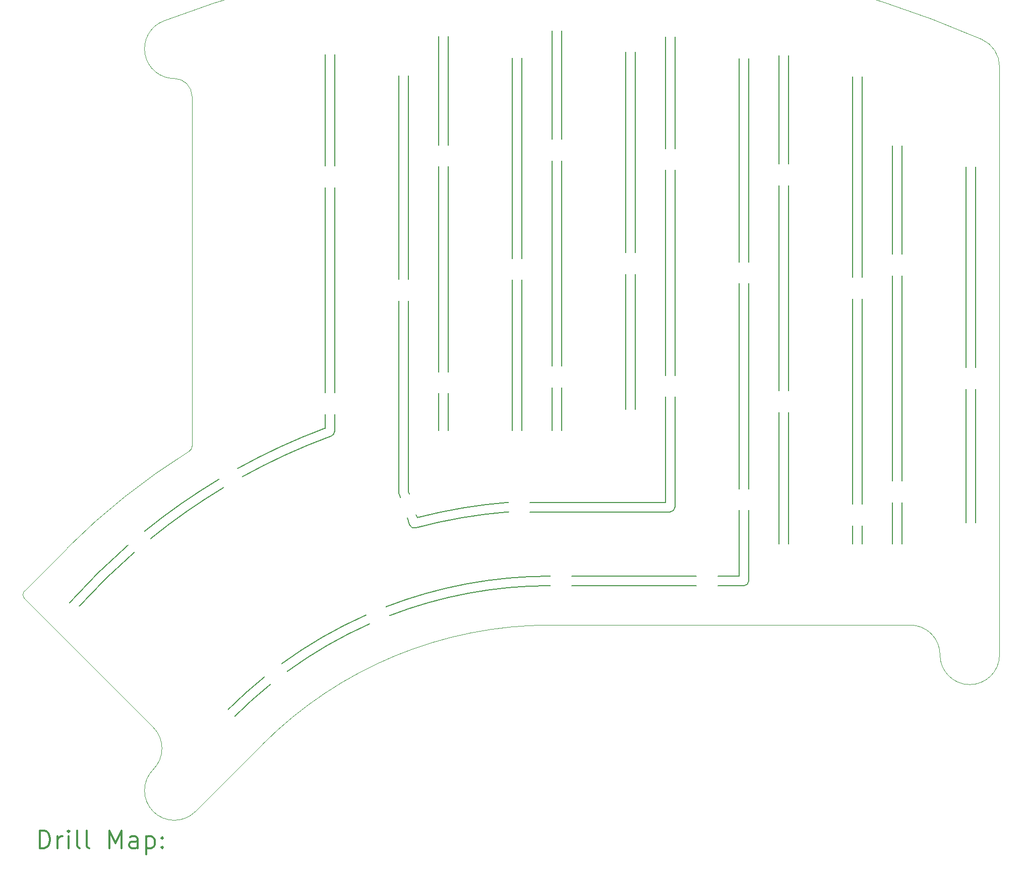
<source format=gbr>
%FSLAX45Y45*%
G04 Gerber Fmt 4.5, Leading zero omitted, Abs format (unit mm)*
G04 Created by KiCad (PCBNEW 5.1.12-84ad8e8a86~92~ubuntu20.04.1) date 2021-11-16 23:21:28*
%MOMM*%
%LPD*%
G01*
G04 APERTURE LIST*
%TA.AperFunction,Profile*%
%ADD10C,0.150000*%
%TD*%
%TA.AperFunction,Profile*%
%ADD11C,0.120000*%
%TD*%
%TA.AperFunction,Profile*%
%ADD12C,0.100000*%
%TD*%
%ADD13C,0.200000*%
%ADD14C,0.300000*%
G04 APERTURE END LIST*
D10*
X13639354Y-10973740D02*
G75*
G02*
X13635000Y-10947438I77263J26302D01*
G01*
X12555000Y-9922015D02*
G75*
G02*
X12502581Y-9997064I-80000J46D01*
G01*
X13916617Y-11540525D02*
G75*
G02*
X13814930Y-11490929I-26046J75642D01*
G01*
X18270000Y-11192000D02*
G75*
G02*
X18190000Y-11272000I-80000J0D01*
G01*
X13639354Y-10973740D02*
X13657391Y-11026619D01*
X11004920Y-10682721D02*
G75*
G02*
X12502581Y-9997064I5171118J-9316639D01*
G01*
X12555000Y-9631000D02*
X12555000Y-9922015D01*
X9465667Y-11722221D02*
G75*
G02*
X10693154Y-10862725I6710371J-8277139D01*
G01*
X8269480Y-12856080D02*
G75*
G02*
X9189891Y-11953624I7906558J-7143280D01*
G01*
X8102684Y-12802420D02*
G75*
G02*
X9087045Y-11831057I8073354J-7196940D01*
G01*
X9362821Y-11599654D02*
G75*
G02*
X10613154Y-10724161I6813217J-8399706D01*
G01*
X13774595Y-11367006D02*
X13814930Y-11490929D01*
X13916617Y-11540525D02*
G75*
G02*
X15476000Y-11272000I2259421J-8458835D01*
G01*
X13416630Y-12867195D02*
G75*
G02*
X16176000Y-12352000I2759408J-7132165D01*
G01*
X10768769Y-14591692D02*
G75*
G02*
X11379134Y-14043595I5407269J-5407668D01*
G01*
X11664741Y-13824441D02*
G75*
G02*
X13084050Y-13005002I4511297J-6174919D01*
G01*
X11762143Y-13951377D02*
G75*
G02*
X13145279Y-13152823I4413895J-6047983D01*
G01*
X16536000Y-12352000D02*
X18630000Y-12352000D01*
X10881874Y-14704797D02*
G75*
G02*
X11476535Y-14170531I5294164J-5294563D01*
G01*
X13635000Y-7726000D02*
X13635000Y-10947438D01*
X13925878Y-11314915D02*
X13944459Y-11368296D01*
X13795000Y-7726000D02*
X13795000Y-10934236D01*
X13635000Y-7366000D02*
X13635000Y-3946000D01*
X13795000Y-3946000D02*
X13795000Y-7366000D01*
X12555000Y-5461000D02*
X12555000Y-3586000D01*
X12555000Y-9271000D02*
X12555000Y-5821000D01*
X12395000Y-9631000D02*
X12395000Y-9866650D01*
X12395000Y-5821000D02*
X12395000Y-9271000D01*
X12395000Y-3586000D02*
X12395000Y-5461000D01*
X18270000Y-9339000D02*
X18270000Y-11192000D01*
X15836000Y-11272000D02*
X18190000Y-11272000D01*
X19350000Y-11244000D02*
X19350000Y-12352000D01*
X18990000Y-12352000D02*
X19350000Y-12352000D01*
X18990000Y-12512000D02*
X19430000Y-12512000D01*
X18270000Y-5169000D02*
X18270000Y-3294000D01*
X18270000Y-8979000D02*
X18270000Y-5529000D01*
X18110000Y-9339000D02*
X18110000Y-11112000D01*
X18110000Y-5529000D02*
X18110000Y-8979000D01*
X18110000Y-3294000D02*
X18110000Y-5169000D01*
X19350000Y-7074000D02*
X19350000Y-3654000D01*
X19350000Y-10884000D02*
X19350000Y-7434000D01*
X19510000Y-11244000D02*
X19510000Y-12432000D01*
X19510000Y-7434000D02*
X19510000Y-10884000D01*
X19510000Y-3654000D02*
X19510000Y-7074000D01*
X15700000Y-7376000D02*
X15700000Y-9905000D01*
X15700000Y-3646000D02*
X15700000Y-7016000D01*
X15540000Y-7016000D02*
X15540000Y-3646000D01*
X15540000Y-9905000D02*
X15540000Y-7376000D01*
X14460000Y-9281000D02*
X14460000Y-9905000D01*
X14460000Y-5471000D02*
X14460000Y-8921000D01*
X14460000Y-3286000D02*
X14460000Y-5111000D01*
X14300000Y-5111000D02*
X14300000Y-3286000D01*
X14300000Y-8921000D02*
X14300000Y-5471000D01*
X14300000Y-9905000D02*
X14300000Y-9281000D01*
X17445000Y-6920000D02*
X17445000Y-3550000D01*
X17445000Y-9547000D02*
X17445000Y-7280000D01*
X17605000Y-7280000D02*
X17605000Y-9547000D01*
X17605000Y-3550000D02*
X17605000Y-6920000D01*
X16365000Y-3190000D02*
X16365000Y-5015000D01*
X16205000Y-5015000D02*
X16205000Y-3190000D01*
X16365000Y-5375000D02*
X16365000Y-8825000D01*
X16205000Y-8825000D02*
X16205000Y-5375000D01*
X16365000Y-9185000D02*
X16365000Y-9907000D01*
X16205000Y-9907000D02*
X16205000Y-9185000D01*
X21255000Y-7692000D02*
X21255000Y-11142000D01*
X21255000Y-3962000D02*
X21255000Y-7332000D01*
X21415000Y-7332000D02*
X21415000Y-3962000D01*
X21415000Y-11142000D02*
X21415000Y-7692000D01*
X21415000Y-11812000D02*
X21415000Y-11502000D01*
X21255000Y-11812000D02*
X21255000Y-11502000D01*
X20175000Y-9597000D02*
X20175000Y-11812000D01*
X20175000Y-5787000D02*
X20175000Y-9237000D01*
X20175000Y-3602000D02*
X20175000Y-5427000D01*
X20015000Y-5427000D02*
X20015000Y-3602000D01*
X20015000Y-9237000D02*
X20015000Y-5787000D01*
X20015000Y-11812000D02*
X20015000Y-9597000D01*
X23160000Y-11452000D02*
X23160000Y-9210000D01*
X23320000Y-8850000D02*
X23320000Y-5480000D01*
X23320000Y-11452000D02*
X23320000Y-9210000D01*
X21920000Y-11115000D02*
X21920000Y-11812000D01*
X21920000Y-7305000D02*
X21920000Y-10755000D01*
X21920000Y-5120000D02*
X21920000Y-6945000D01*
X22080000Y-6945000D02*
X22080000Y-5120000D01*
X22080000Y-10755000D02*
X22080000Y-7305000D01*
X22080000Y-11812000D02*
X22080000Y-11115000D01*
X23160000Y-5480000D02*
X23160000Y-8850000D01*
X13795000Y-10934236D02*
X13808674Y-10974528D01*
X10925079Y-10544442D02*
G75*
G02*
X12395000Y-9866650I5250959J-9454918D01*
G01*
X15836000Y-11112000D02*
X18110000Y-11112000D01*
X19510000Y-12432000D02*
G75*
G02*
X19430000Y-12512000I-80000J0D01*
G01*
X13944459Y-11368296D02*
G75*
G02*
X15476000Y-11112000I2231579J-8631064D01*
G01*
X16536000Y-12512000D02*
X18630000Y-12512000D01*
X13477876Y-13015058D02*
G75*
G02*
X16176000Y-12512000I2698162J-6984302D01*
G01*
D11*
X7352485Y-12734402D02*
G75*
G02*
X7352485Y-12592980I70711J70711D01*
G01*
D12*
X9510337Y-14892253D02*
G75*
G02*
X9510337Y-15599360I-353553J-353553D01*
G01*
X10217443Y-16306467D02*
G75*
G02*
X9510337Y-15599360I-353553J353553D01*
G01*
X9864130Y-3993217D02*
G75*
G02*
X10161490Y-4290577I0J-297360D01*
G01*
X9864130Y-3993217D02*
G75*
G02*
X9685297Y-3026200I-240J500000D01*
G01*
X22222038Y-13174000D02*
G75*
G02*
X22722038Y-13674000I0J-500000D01*
G01*
X23722038Y-13674000D02*
G75*
G02*
X22722038Y-13674000I-500000J0D01*
G01*
X10161490Y-10169693D02*
G75*
G02*
X10114309Y-10254577I-100000J29D01*
G01*
X10161490Y-4290577D02*
X10161490Y-10169693D01*
X23421413Y-3334354D02*
G75*
G02*
X23722038Y-3792884I-199375J-458530D01*
G01*
X9685297Y-3026200D02*
G75*
G02*
X23421413Y-3334354I6490741J-16973160D01*
G01*
X8061271Y-11884194D02*
G75*
G02*
X10114309Y-10254577I8114767J-8115166D01*
G01*
X7352485Y-12592980D02*
X8061271Y-11884194D01*
X9510337Y-14892253D02*
X7352485Y-12734402D01*
X11350034Y-15173356D02*
X10217443Y-16306467D01*
X11350034Y-15173356D02*
G75*
G02*
X16176038Y-13174360I4826004J-4826004D01*
G01*
X16176038Y-13174360D02*
X22222038Y-13174000D01*
X23722038Y-3792884D02*
X23722038Y-13674000D01*
D13*
D14*
X7603624Y-16923628D02*
X7603624Y-16623628D01*
X7675052Y-16623628D01*
X7717910Y-16637914D01*
X7746481Y-16666485D01*
X7760767Y-16695057D01*
X7775052Y-16752199D01*
X7775052Y-16795057D01*
X7760767Y-16852200D01*
X7746481Y-16880771D01*
X7717910Y-16909342D01*
X7675052Y-16923628D01*
X7603624Y-16923628D01*
X7903624Y-16923628D02*
X7903624Y-16723628D01*
X7903624Y-16780771D02*
X7917910Y-16752199D01*
X7932195Y-16737914D01*
X7960767Y-16723628D01*
X7989338Y-16723628D01*
X8089338Y-16923628D02*
X8089338Y-16723628D01*
X8089338Y-16623628D02*
X8075052Y-16637914D01*
X8089338Y-16652199D01*
X8103624Y-16637914D01*
X8089338Y-16623628D01*
X8089338Y-16652199D01*
X8275052Y-16923628D02*
X8246481Y-16909342D01*
X8232195Y-16880771D01*
X8232195Y-16623628D01*
X8432195Y-16923628D02*
X8403624Y-16909342D01*
X8389338Y-16880771D01*
X8389338Y-16623628D01*
X8775053Y-16923628D02*
X8775053Y-16623628D01*
X8875053Y-16837914D01*
X8975053Y-16623628D01*
X8975053Y-16923628D01*
X9246481Y-16923628D02*
X9246481Y-16766485D01*
X9232195Y-16737914D01*
X9203624Y-16723628D01*
X9146481Y-16723628D01*
X9117910Y-16737914D01*
X9246481Y-16909342D02*
X9217910Y-16923628D01*
X9146481Y-16923628D01*
X9117910Y-16909342D01*
X9103624Y-16880771D01*
X9103624Y-16852200D01*
X9117910Y-16823628D01*
X9146481Y-16809342D01*
X9217910Y-16809342D01*
X9246481Y-16795057D01*
X9389338Y-16723628D02*
X9389338Y-17023628D01*
X9389338Y-16737914D02*
X9417910Y-16723628D01*
X9475053Y-16723628D01*
X9503624Y-16737914D01*
X9517910Y-16752199D01*
X9532195Y-16780771D01*
X9532195Y-16866485D01*
X9517910Y-16895057D01*
X9503624Y-16909342D01*
X9475053Y-16923628D01*
X9417910Y-16923628D01*
X9389338Y-16909342D01*
X9660767Y-16895057D02*
X9675053Y-16909342D01*
X9660767Y-16923628D01*
X9646481Y-16909342D01*
X9660767Y-16895057D01*
X9660767Y-16923628D01*
X9660767Y-16737914D02*
X9675053Y-16752199D01*
X9660767Y-16766485D01*
X9646481Y-16752199D01*
X9660767Y-16737914D01*
X9660767Y-16766485D01*
M02*

</source>
